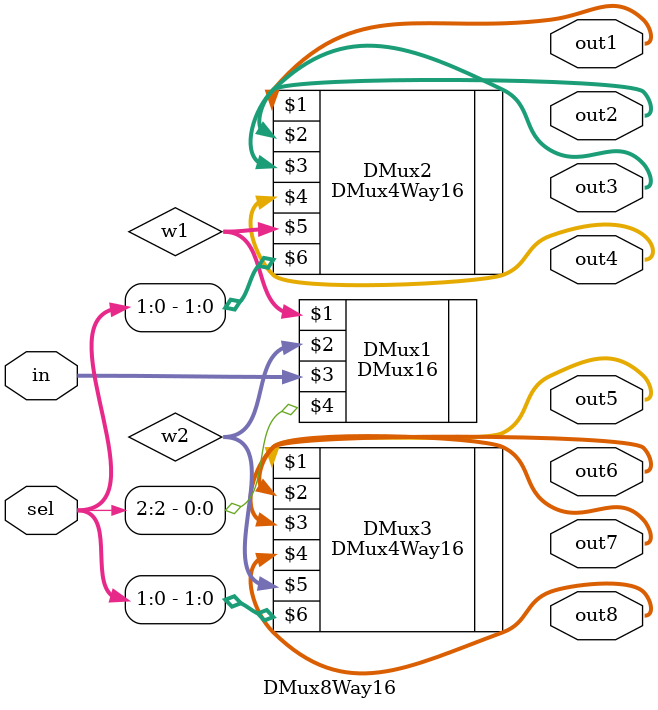
<source format=v>
/* módulo DMux8Way16 */

`ifndef _DMux8Way16_
`define _DMux8Way16_
`include "DMux4Way16.v"

module DMux8Way16(out1, out2, out3, out4, out5, out6, out7, out8, in, sel);
    input [15:0] in;
    input [2:0]  sel;
    output [15:0] out1, out2, out3, out4, out5, out6, out7, out8 ;
    wire [15:0] w1, w2;

    // Descrição de conexões internas do módulo

    DMux16 DMux1(w1,w2,in,sel[2]);
    DMux4Way16 DMux2(out1,out2,out3,out4, w1, sel[1:0]);
    DMux4Way16 DMux3(out5,out6,out7,out8, w2, sel[1:0]);
    

endmodule

`endif
</source>
